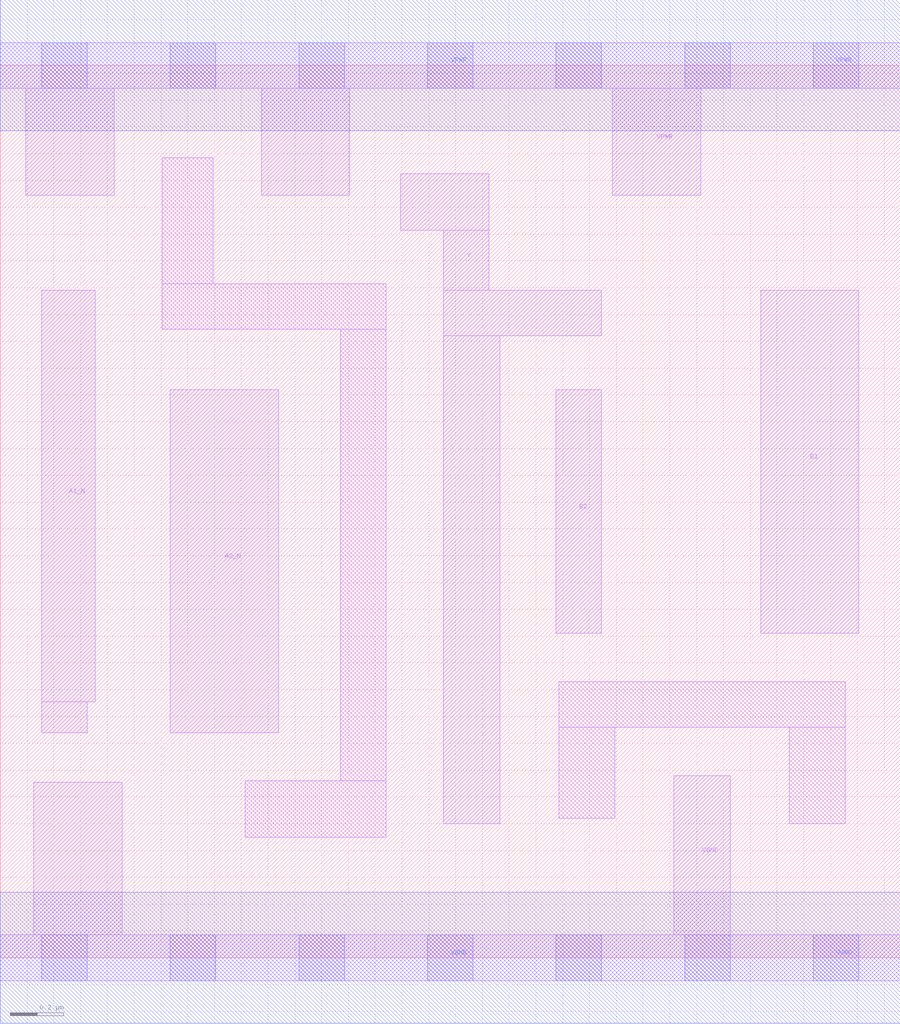
<source format=lef>
# Copyright 2020 The SkyWater PDK Authors
#
# Licensed under the Apache License, Version 2.0 (the "License");
# you may not use this file except in compliance with the License.
# You may obtain a copy of the License at
#
#     https://www.apache.org/licenses/LICENSE-2.0
#
# Unless required by applicable law or agreed to in writing, software
# distributed under the License is distributed on an "AS IS" BASIS,
# WITHOUT WARRANTIES OR CONDITIONS OF ANY KIND, either express or implied.
# See the License for the specific language governing permissions and
# limitations under the License.
#
# SPDX-License-Identifier: Apache-2.0

VERSION 5.7 ;
  NAMESCASESENSITIVE ON ;
  NOWIREEXTENSIONATPIN ON ;
  DIVIDERCHAR "/" ;
  BUSBITCHARS "[]" ;
UNITS
  DATABASE MICRONS 200 ;
END UNITS
MACRO sky130_fd_sc_lp__o2bb2ai_m
  CLASS CORE ;
  SOURCE USER ;
  FOREIGN sky130_fd_sc_lp__o2bb2ai_m ;
  ORIGIN  0.000000  0.000000 ;
  SIZE  3.360000 BY  3.330000 ;
  SYMMETRY X Y R90 ;
  SITE unit ;
  PIN A1_N
    ANTENNAGATEAREA  0.126000 ;
    DIRECTION INPUT ;
    USE SIGNAL ;
    PORT
      LAYER li1 ;
        RECT 0.155000 0.840000 0.325000 0.955000 ;
        RECT 0.155000 0.955000 0.355000 2.490000 ;
    END
  END A1_N
  PIN A2_N
    ANTENNAGATEAREA  0.126000 ;
    DIRECTION INPUT ;
    USE SIGNAL ;
    PORT
      LAYER li1 ;
        RECT 0.635000 0.840000 1.040000 2.120000 ;
    END
  END A2_N
  PIN B1
    ANTENNAGATEAREA  0.126000 ;
    DIRECTION INPUT ;
    USE SIGNAL ;
    PORT
      LAYER li1 ;
        RECT 2.840000 1.210000 3.205000 2.490000 ;
    END
  END B1
  PIN B2
    ANTENNAGATEAREA  0.126000 ;
    DIRECTION INPUT ;
    USE SIGNAL ;
    PORT
      LAYER li1 ;
        RECT 2.075000 1.210000 2.245000 2.120000 ;
    END
  END B2
  PIN Y
    ANTENNADIFFAREA  0.228900 ;
    DIRECTION OUTPUT ;
    USE SIGNAL ;
    PORT
      LAYER li1 ;
        RECT 1.495000 2.715000 1.825000 2.925000 ;
        RECT 1.655000 0.500000 1.865000 2.320000 ;
        RECT 1.655000 2.320000 2.245000 2.490000 ;
        RECT 1.655000 2.490000 1.825000 2.715000 ;
    END
  END Y
  PIN VGND
    DIRECTION INOUT ;
    USE GROUND ;
    PORT
      LAYER li1 ;
        RECT 0.000000 -0.085000 3.360000 0.085000 ;
        RECT 0.125000  0.085000 0.455000 0.655000 ;
        RECT 2.515000  0.085000 2.725000 0.680000 ;
      LAYER mcon ;
        RECT 0.155000 -0.085000 0.325000 0.085000 ;
        RECT 0.635000 -0.085000 0.805000 0.085000 ;
        RECT 1.115000 -0.085000 1.285000 0.085000 ;
        RECT 1.595000 -0.085000 1.765000 0.085000 ;
        RECT 2.075000 -0.085000 2.245000 0.085000 ;
        RECT 2.555000 -0.085000 2.725000 0.085000 ;
        RECT 3.035000 -0.085000 3.205000 0.085000 ;
      LAYER met1 ;
        RECT 0.000000 -0.245000 3.360000 0.245000 ;
    END
  END VGND
  PIN VPWR
    DIRECTION INOUT ;
    USE POWER ;
    PORT
      LAYER li1 ;
        RECT 0.000000 3.245000 3.360000 3.415000 ;
        RECT 0.095000 2.845000 0.425000 3.245000 ;
        RECT 0.975000 2.845000 1.305000 3.245000 ;
        RECT 2.285000 2.845000 2.615000 3.245000 ;
      LAYER mcon ;
        RECT 0.155000 3.245000 0.325000 3.415000 ;
        RECT 0.635000 3.245000 0.805000 3.415000 ;
        RECT 1.115000 3.245000 1.285000 3.415000 ;
        RECT 1.595000 3.245000 1.765000 3.415000 ;
        RECT 2.075000 3.245000 2.245000 3.415000 ;
        RECT 2.555000 3.245000 2.725000 3.415000 ;
        RECT 3.035000 3.245000 3.205000 3.415000 ;
      LAYER met1 ;
        RECT 0.000000 3.085000 3.360000 3.575000 ;
    END
  END VPWR
  OBS
    LAYER li1 ;
      RECT 0.605000 2.345000 1.440000 2.515000 ;
      RECT 0.605000 2.515000 0.795000 2.985000 ;
      RECT 0.915000 0.450000 1.440000 0.660000 ;
      RECT 1.270000 0.660000 1.440000 2.345000 ;
      RECT 2.085000 0.520000 2.295000 0.860000 ;
      RECT 2.085000 0.860000 3.155000 1.030000 ;
      RECT 2.945000 0.500000 3.155000 0.860000 ;
  END
END sky130_fd_sc_lp__o2bb2ai_m

</source>
